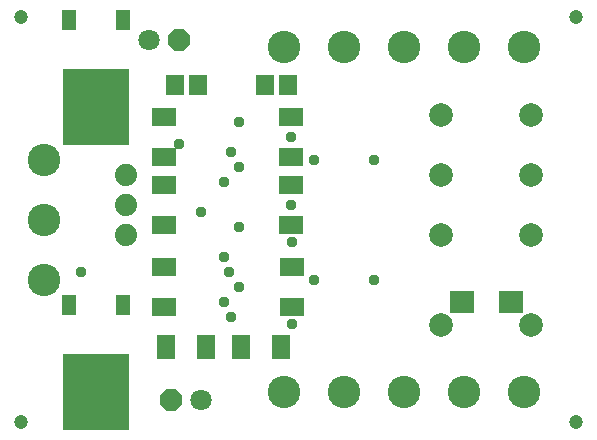
<source format=gbr>
G04 EAGLE Gerber X2 export*
%TF.Part,Single*%
%TF.FileFunction,Soldermask,Bot,1*%
%TF.FilePolarity,Negative*%
%TF.GenerationSoftware,Autodesk,EAGLE,8.7.0*%
%TF.CreationDate,2018-05-03T09:05:19Z*%
G75*
%MOMM*%
%FSLAX34Y34*%
%LPD*%
%AMOC8*
5,1,8,0,0,1.08239X$1,22.5*%
G01*
%ADD10C,1.203200*%
%ADD11P,1.951982X8X22.500000*%
%ADD12C,1.803400*%
%ADD13P,1.951982X8X202.500000*%
%ADD14R,1.503200X1.703200*%
%ADD15R,2.003200X1.603200*%
%ADD16C,1.879600*%
%ADD17C,2.743200*%
%ADD18R,1.603200X2.003200*%
%ADD19R,2.003200X1.903200*%
%ADD20C,2.003200*%
%ADD21R,5.603200X6.403200*%
%ADD22R,1.203200X1.803200*%
%ADD23C,0.959600*%


D10*
X88900Y444500D03*
X88900Y101600D03*
X558800Y101600D03*
X558800Y444500D03*
D11*
X222250Y425450D03*
D12*
X196850Y425450D03*
D13*
X215900Y120650D03*
D12*
X241300Y120650D03*
D14*
X219100Y387350D03*
X238100Y387350D03*
X295300Y387350D03*
X314300Y387350D03*
D15*
X317297Y302547D03*
X317297Y268547D03*
X209550Y302750D03*
X209550Y268750D03*
X317500Y325900D03*
X317500Y359900D03*
X209550Y359900D03*
X209550Y325900D03*
D16*
X177800Y260350D03*
X177800Y311150D03*
X177800Y285750D03*
D17*
X107700Y222039D03*
X107700Y272839D03*
X107700Y323639D03*
D18*
X211600Y165100D03*
X245600Y165100D03*
X275100Y165100D03*
X309100Y165100D03*
D15*
X209753Y232697D03*
X209753Y198697D03*
X317703Y199103D03*
X317703Y233103D03*
D19*
X503100Y203200D03*
X462100Y203200D03*
D20*
X444500Y184150D03*
X520700Y184150D03*
X520700Y260350D03*
X520700Y311150D03*
X520700Y361950D03*
X444500Y260350D03*
X444500Y311150D03*
X444500Y361950D03*
D17*
X514561Y418850D03*
X463761Y418850D03*
X412961Y418850D03*
X362161Y418850D03*
X311361Y418850D03*
X514561Y126750D03*
X463761Y126750D03*
X412961Y126750D03*
X362161Y126750D03*
X311361Y126750D03*
D21*
X152400Y368700D03*
D22*
X129600Y441700D03*
X175200Y441700D03*
D21*
X152400Y127400D03*
D22*
X129600Y200400D03*
X175200Y200400D03*
D23*
X317500Y342900D03*
X317703Y254000D03*
X260350Y241300D03*
X222686Y336986D03*
X260350Y304800D03*
X273050Y317500D03*
X260350Y203200D03*
X273050Y215900D03*
X139700Y228600D03*
X387350Y323850D03*
X317500Y285750D03*
X241300Y279400D03*
X336550Y323850D03*
X266700Y330200D03*
X387350Y222250D03*
X318372Y185022D03*
X266700Y190500D03*
X336550Y222250D03*
X264696Y228600D03*
X273050Y355600D03*
X273050Y266700D03*
M02*

</source>
